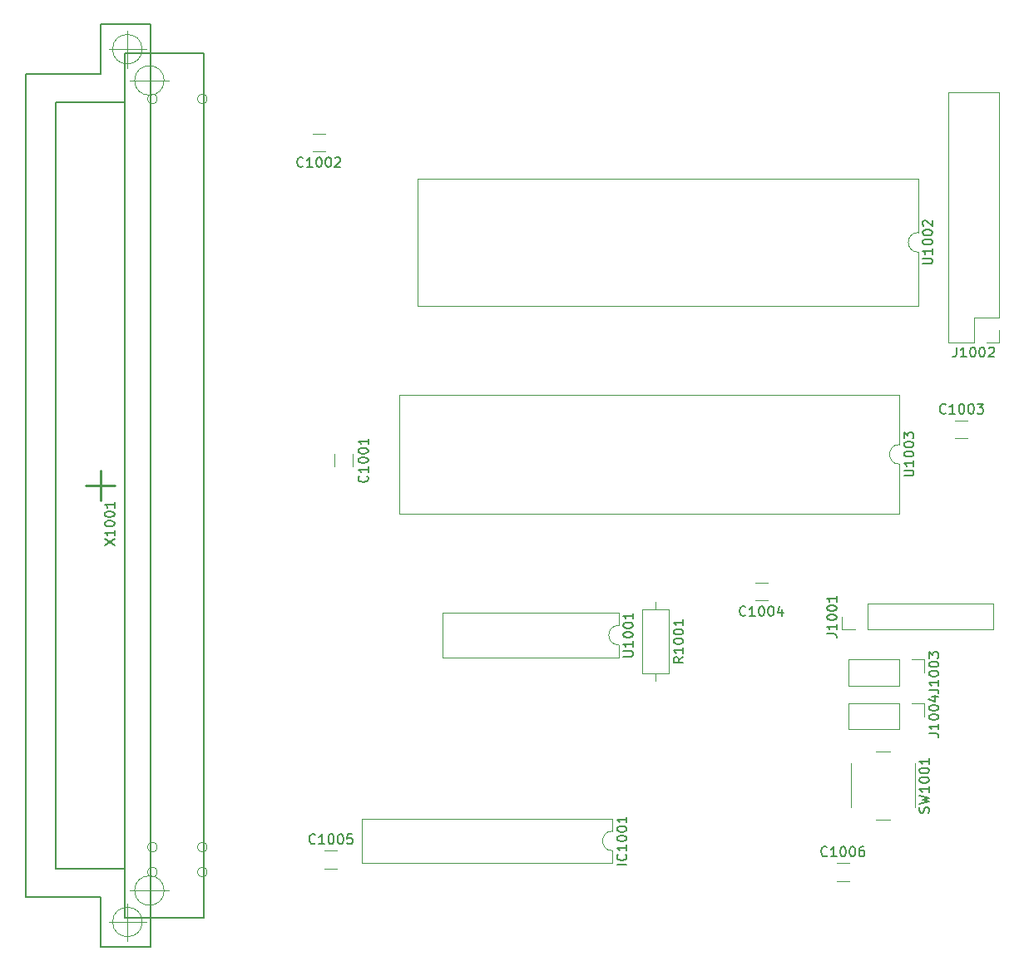
<source format=gbr>
%TF.GenerationSoftware,KiCad,Pcbnew,(5.1.10)-1*%
%TF.CreationDate,2022-02-23T07:42:32+01:00*%
%TF.ProjectId,VDIP2,56444950-322e-46b6-9963-61645f706362,rev?*%
%TF.SameCoordinates,Original*%
%TF.FileFunction,Legend,Top*%
%TF.FilePolarity,Positive*%
%FSLAX46Y46*%
G04 Gerber Fmt 4.6, Leading zero omitted, Abs format (unit mm)*
G04 Created by KiCad (PCBNEW (5.1.10)-1) date 2022-02-23 07:42:32*
%MOMM*%
%LPD*%
G01*
G04 APERTURE LIST*
%ADD10C,0.120000*%
%ADD11C,0.250000*%
%ADD12C,0.100000*%
%ADD13C,0.200000*%
%ADD14C,0.150000*%
G04 APERTURE END LIST*
D10*
%TO.C,C1006*%
X151791000Y-143860000D02*
X153049000Y-143860000D01*
X151791000Y-145700000D02*
X153049000Y-145700000D01*
%TO.C,C1005*%
X99681000Y-142590000D02*
X100939000Y-142590000D01*
X99681000Y-144430000D02*
X100939000Y-144430000D01*
%TO.C,C1004*%
X144754000Y-117125000D02*
X143496000Y-117125000D01*
X144754000Y-115285000D02*
X143496000Y-115285000D01*
%TO.C,C1003*%
X163856000Y-98775000D02*
X165114000Y-98775000D01*
X163856000Y-100615000D02*
X165114000Y-100615000D01*
%TO.C,C1002*%
X99709000Y-71405000D02*
X98451000Y-71405000D01*
X99709000Y-69565000D02*
X98451000Y-69565000D01*
%TO.C,C1001*%
X102520000Y-102221000D02*
X102520000Y-103479000D01*
X100680000Y-102221000D02*
X100680000Y-103479000D01*
%TO.C,SW1001*%
X153250000Y-133715000D02*
X153250000Y-138215000D01*
X157250000Y-132465000D02*
X155750000Y-132465000D01*
X159750000Y-138215000D02*
X159750000Y-133715000D01*
X155750000Y-139465000D02*
X157250000Y-139465000D01*
%TO.C,J1004*%
X152975000Y-127575000D02*
X152975000Y-130235000D01*
X158115000Y-127575000D02*
X152975000Y-127575000D01*
X158115000Y-130235000D02*
X152975000Y-130235000D01*
X158115000Y-127575000D02*
X158115000Y-130235000D01*
X159385000Y-127575000D02*
X160715000Y-127575000D01*
X160715000Y-127575000D02*
X160715000Y-128905000D01*
%TO.C,U1003*%
X158175000Y-101235000D02*
X158175000Y-96175000D01*
X158175000Y-96175000D02*
X107255000Y-96175000D01*
X107255000Y-96175000D02*
X107255000Y-108295000D01*
X107255000Y-108295000D02*
X158175000Y-108295000D01*
X158175000Y-108295000D02*
X158175000Y-103235000D01*
X158175000Y-103235000D02*
G75*
G02*
X158175000Y-101235000I0J1000000D01*
G01*
%TO.C,J1003*%
X160715000Y-123130000D02*
X160715000Y-124460000D01*
X159385000Y-123130000D02*
X160715000Y-123130000D01*
X158115000Y-123130000D02*
X158115000Y-125790000D01*
X158115000Y-125790000D02*
X152975000Y-125790000D01*
X158115000Y-123130000D02*
X152975000Y-123130000D01*
X152975000Y-123130000D02*
X152975000Y-125790000D01*
%TO.C,IC1001*%
X128965000Y-140605000D02*
X128965000Y-139355000D01*
X128965000Y-139355000D02*
X103445000Y-139355000D01*
X103445000Y-139355000D02*
X103445000Y-143855000D01*
X103445000Y-143855000D02*
X128965000Y-143855000D01*
X128965000Y-143855000D02*
X128965000Y-142605000D01*
X128965000Y-142605000D02*
G75*
G02*
X128965000Y-140605000I0J1000000D01*
G01*
%TO.C,J1001*%
X167700000Y-120075000D02*
X167700000Y-117415000D01*
X154940000Y-120075000D02*
X167700000Y-120075000D01*
X154940000Y-117415000D02*
X167700000Y-117415000D01*
X154940000Y-120075000D02*
X154940000Y-117415000D01*
X153670000Y-120075000D02*
X152340000Y-120075000D01*
X152340000Y-120075000D02*
X152340000Y-118745000D01*
%TO.C,J1002*%
X168335000Y-65345000D02*
X163135000Y-65345000D01*
X168335000Y-88265000D02*
X168335000Y-65345000D01*
X163135000Y-90865000D02*
X163135000Y-65345000D01*
X168335000Y-88265000D02*
X165735000Y-88265000D01*
X165735000Y-88265000D02*
X165735000Y-90865000D01*
X165735000Y-90865000D02*
X163135000Y-90865000D01*
X168335000Y-89535000D02*
X168335000Y-90865000D01*
X168335000Y-90865000D02*
X167005000Y-90865000D01*
%TO.C,R1001*%
X134720000Y-118015000D02*
X131980000Y-118015000D01*
X131980000Y-118015000D02*
X131980000Y-124555000D01*
X131980000Y-124555000D02*
X134720000Y-124555000D01*
X134720000Y-124555000D02*
X134720000Y-118015000D01*
X133350000Y-117245000D02*
X133350000Y-118015000D01*
X133350000Y-125325000D02*
X133350000Y-124555000D01*
%TO.C,U1001*%
X129600000Y-119650000D02*
X129600000Y-118400000D01*
X129600000Y-118400000D02*
X111700000Y-118400000D01*
X111700000Y-118400000D02*
X111700000Y-122900000D01*
X111700000Y-122900000D02*
X129600000Y-122900000D01*
X129600000Y-122900000D02*
X129600000Y-121650000D01*
X129600000Y-121650000D02*
G75*
G02*
X129600000Y-119650000I0J1000000D01*
G01*
%TO.C,U1002*%
X160080000Y-79645000D02*
X160080000Y-74185000D01*
X160080000Y-74185000D02*
X109160000Y-74185000D01*
X109160000Y-74185000D02*
X109160000Y-87105000D01*
X109160000Y-87105000D02*
X160080000Y-87105000D01*
X160080000Y-87105000D02*
X160080000Y-81645000D01*
X160080000Y-81645000D02*
G75*
G02*
X160080000Y-79645000I0J1000000D01*
G01*
D11*
%TO.C,X1001*%
X76835000Y-103910000D02*
X76835000Y-106910000D01*
X78335000Y-105410000D02*
X75335000Y-105410000D01*
D12*
X81835000Y-144660000D02*
X81835000Y-148660000D01*
X83835000Y-146660000D02*
X79835000Y-146660000D01*
X83335000Y-146660000D02*
G75*
G03*
X83335000Y-146660000I-1500000J0D01*
G01*
X81835000Y-62160000D02*
X81835000Y-66160000D01*
X83835000Y-64160000D02*
X79835000Y-64160000D01*
X83335000Y-64160000D02*
G75*
G03*
X83335000Y-64160000I-1500000J0D01*
G01*
D13*
X72335000Y-66410000D02*
X79335000Y-66410000D01*
X72335000Y-144410000D02*
X72335000Y-66410000D01*
X79335000Y-144410000D02*
X72335000Y-144410000D01*
X87335000Y-149410000D02*
X79335000Y-149410000D01*
X87335000Y-61410000D02*
X87335000Y-149410000D01*
X79335000Y-61410000D02*
X87335000Y-61410000D01*
X79335000Y-61410000D02*
X79335000Y-149410000D01*
D12*
X87723600Y-144780000D02*
G75*
G03*
X87723600Y-144780000I-500000J0D01*
G01*
X87723600Y-142240000D02*
G75*
G03*
X87723600Y-142240000I-500000J0D01*
G01*
X87723600Y-66040000D02*
G75*
G03*
X87723600Y-66040000I-500000J0D01*
G01*
X82643600Y-144780000D02*
G75*
G03*
X82643600Y-144780000I-500000J0D01*
G01*
X82643600Y-142240000D02*
G75*
G03*
X82643600Y-142240000I-500000J0D01*
G01*
X82643600Y-66040000D02*
G75*
G03*
X82643600Y-66040000I-500000J0D01*
G01*
X81103600Y-149860000D02*
G75*
G03*
X81103600Y-149860000I-1500000J0D01*
G01*
X81508600Y-149860000D02*
X77698600Y-149860000D01*
X79603600Y-147955000D02*
X79603600Y-151765000D01*
X81495900Y-60972700D02*
X77685900Y-60972700D01*
X79590900Y-59067700D02*
X79590900Y-62877700D01*
X81090900Y-60972700D02*
G75*
G03*
X81090900Y-60972700I-1500000J0D01*
G01*
D13*
X81915000Y-58420000D02*
X76835000Y-58420000D01*
X76835000Y-63500000D02*
X69215000Y-63500000D01*
X76835000Y-58420000D02*
X76835000Y-63500000D01*
X76835000Y-152400000D02*
X81915000Y-152400000D01*
X76835000Y-147320000D02*
X76835000Y-152400000D01*
X69215000Y-147320000D02*
X76835000Y-147320000D01*
X69215000Y-63500000D02*
X69215000Y-147320000D01*
X81915000Y-152400000D02*
X81915000Y-58420000D01*
%TO.C,C1006*%
D14*
X150824761Y-143087142D02*
X150777142Y-143134761D01*
X150634285Y-143182380D01*
X150539047Y-143182380D01*
X150396190Y-143134761D01*
X150300952Y-143039523D01*
X150253333Y-142944285D01*
X150205714Y-142753809D01*
X150205714Y-142610952D01*
X150253333Y-142420476D01*
X150300952Y-142325238D01*
X150396190Y-142230000D01*
X150539047Y-142182380D01*
X150634285Y-142182380D01*
X150777142Y-142230000D01*
X150824761Y-142277619D01*
X151777142Y-143182380D02*
X151205714Y-143182380D01*
X151491428Y-143182380D02*
X151491428Y-142182380D01*
X151396190Y-142325238D01*
X151300952Y-142420476D01*
X151205714Y-142468095D01*
X152396190Y-142182380D02*
X152491428Y-142182380D01*
X152586666Y-142230000D01*
X152634285Y-142277619D01*
X152681904Y-142372857D01*
X152729523Y-142563333D01*
X152729523Y-142801428D01*
X152681904Y-142991904D01*
X152634285Y-143087142D01*
X152586666Y-143134761D01*
X152491428Y-143182380D01*
X152396190Y-143182380D01*
X152300952Y-143134761D01*
X152253333Y-143087142D01*
X152205714Y-142991904D01*
X152158095Y-142801428D01*
X152158095Y-142563333D01*
X152205714Y-142372857D01*
X152253333Y-142277619D01*
X152300952Y-142230000D01*
X152396190Y-142182380D01*
X153348571Y-142182380D02*
X153443809Y-142182380D01*
X153539047Y-142230000D01*
X153586666Y-142277619D01*
X153634285Y-142372857D01*
X153681904Y-142563333D01*
X153681904Y-142801428D01*
X153634285Y-142991904D01*
X153586666Y-143087142D01*
X153539047Y-143134761D01*
X153443809Y-143182380D01*
X153348571Y-143182380D01*
X153253333Y-143134761D01*
X153205714Y-143087142D01*
X153158095Y-142991904D01*
X153110476Y-142801428D01*
X153110476Y-142563333D01*
X153158095Y-142372857D01*
X153205714Y-142277619D01*
X153253333Y-142230000D01*
X153348571Y-142182380D01*
X154539047Y-142182380D02*
X154348571Y-142182380D01*
X154253333Y-142230000D01*
X154205714Y-142277619D01*
X154110476Y-142420476D01*
X154062857Y-142610952D01*
X154062857Y-142991904D01*
X154110476Y-143087142D01*
X154158095Y-143134761D01*
X154253333Y-143182380D01*
X154443809Y-143182380D01*
X154539047Y-143134761D01*
X154586666Y-143087142D01*
X154634285Y-142991904D01*
X154634285Y-142753809D01*
X154586666Y-142658571D01*
X154539047Y-142610952D01*
X154443809Y-142563333D01*
X154253333Y-142563333D01*
X154158095Y-142610952D01*
X154110476Y-142658571D01*
X154062857Y-142753809D01*
%TO.C,C1005*%
X98714761Y-141817142D02*
X98667142Y-141864761D01*
X98524285Y-141912380D01*
X98429047Y-141912380D01*
X98286190Y-141864761D01*
X98190952Y-141769523D01*
X98143333Y-141674285D01*
X98095714Y-141483809D01*
X98095714Y-141340952D01*
X98143333Y-141150476D01*
X98190952Y-141055238D01*
X98286190Y-140960000D01*
X98429047Y-140912380D01*
X98524285Y-140912380D01*
X98667142Y-140960000D01*
X98714761Y-141007619D01*
X99667142Y-141912380D02*
X99095714Y-141912380D01*
X99381428Y-141912380D02*
X99381428Y-140912380D01*
X99286190Y-141055238D01*
X99190952Y-141150476D01*
X99095714Y-141198095D01*
X100286190Y-140912380D02*
X100381428Y-140912380D01*
X100476666Y-140960000D01*
X100524285Y-141007619D01*
X100571904Y-141102857D01*
X100619523Y-141293333D01*
X100619523Y-141531428D01*
X100571904Y-141721904D01*
X100524285Y-141817142D01*
X100476666Y-141864761D01*
X100381428Y-141912380D01*
X100286190Y-141912380D01*
X100190952Y-141864761D01*
X100143333Y-141817142D01*
X100095714Y-141721904D01*
X100048095Y-141531428D01*
X100048095Y-141293333D01*
X100095714Y-141102857D01*
X100143333Y-141007619D01*
X100190952Y-140960000D01*
X100286190Y-140912380D01*
X101238571Y-140912380D02*
X101333809Y-140912380D01*
X101429047Y-140960000D01*
X101476666Y-141007619D01*
X101524285Y-141102857D01*
X101571904Y-141293333D01*
X101571904Y-141531428D01*
X101524285Y-141721904D01*
X101476666Y-141817142D01*
X101429047Y-141864761D01*
X101333809Y-141912380D01*
X101238571Y-141912380D01*
X101143333Y-141864761D01*
X101095714Y-141817142D01*
X101048095Y-141721904D01*
X101000476Y-141531428D01*
X101000476Y-141293333D01*
X101048095Y-141102857D01*
X101095714Y-141007619D01*
X101143333Y-140960000D01*
X101238571Y-140912380D01*
X102476666Y-140912380D02*
X102000476Y-140912380D01*
X101952857Y-141388571D01*
X102000476Y-141340952D01*
X102095714Y-141293333D01*
X102333809Y-141293333D01*
X102429047Y-141340952D01*
X102476666Y-141388571D01*
X102524285Y-141483809D01*
X102524285Y-141721904D01*
X102476666Y-141817142D01*
X102429047Y-141864761D01*
X102333809Y-141912380D01*
X102095714Y-141912380D01*
X102000476Y-141864761D01*
X101952857Y-141817142D01*
%TO.C,C1004*%
X142529761Y-118612142D02*
X142482142Y-118659761D01*
X142339285Y-118707380D01*
X142244047Y-118707380D01*
X142101190Y-118659761D01*
X142005952Y-118564523D01*
X141958333Y-118469285D01*
X141910714Y-118278809D01*
X141910714Y-118135952D01*
X141958333Y-117945476D01*
X142005952Y-117850238D01*
X142101190Y-117755000D01*
X142244047Y-117707380D01*
X142339285Y-117707380D01*
X142482142Y-117755000D01*
X142529761Y-117802619D01*
X143482142Y-118707380D02*
X142910714Y-118707380D01*
X143196428Y-118707380D02*
X143196428Y-117707380D01*
X143101190Y-117850238D01*
X143005952Y-117945476D01*
X142910714Y-117993095D01*
X144101190Y-117707380D02*
X144196428Y-117707380D01*
X144291666Y-117755000D01*
X144339285Y-117802619D01*
X144386904Y-117897857D01*
X144434523Y-118088333D01*
X144434523Y-118326428D01*
X144386904Y-118516904D01*
X144339285Y-118612142D01*
X144291666Y-118659761D01*
X144196428Y-118707380D01*
X144101190Y-118707380D01*
X144005952Y-118659761D01*
X143958333Y-118612142D01*
X143910714Y-118516904D01*
X143863095Y-118326428D01*
X143863095Y-118088333D01*
X143910714Y-117897857D01*
X143958333Y-117802619D01*
X144005952Y-117755000D01*
X144101190Y-117707380D01*
X145053571Y-117707380D02*
X145148809Y-117707380D01*
X145244047Y-117755000D01*
X145291666Y-117802619D01*
X145339285Y-117897857D01*
X145386904Y-118088333D01*
X145386904Y-118326428D01*
X145339285Y-118516904D01*
X145291666Y-118612142D01*
X145244047Y-118659761D01*
X145148809Y-118707380D01*
X145053571Y-118707380D01*
X144958333Y-118659761D01*
X144910714Y-118612142D01*
X144863095Y-118516904D01*
X144815476Y-118326428D01*
X144815476Y-118088333D01*
X144863095Y-117897857D01*
X144910714Y-117802619D01*
X144958333Y-117755000D01*
X145053571Y-117707380D01*
X146244047Y-118040714D02*
X146244047Y-118707380D01*
X146005952Y-117659761D02*
X145767857Y-118374047D01*
X146386904Y-118374047D01*
%TO.C,C1003*%
X162889761Y-98002142D02*
X162842142Y-98049761D01*
X162699285Y-98097380D01*
X162604047Y-98097380D01*
X162461190Y-98049761D01*
X162365952Y-97954523D01*
X162318333Y-97859285D01*
X162270714Y-97668809D01*
X162270714Y-97525952D01*
X162318333Y-97335476D01*
X162365952Y-97240238D01*
X162461190Y-97145000D01*
X162604047Y-97097380D01*
X162699285Y-97097380D01*
X162842142Y-97145000D01*
X162889761Y-97192619D01*
X163842142Y-98097380D02*
X163270714Y-98097380D01*
X163556428Y-98097380D02*
X163556428Y-97097380D01*
X163461190Y-97240238D01*
X163365952Y-97335476D01*
X163270714Y-97383095D01*
X164461190Y-97097380D02*
X164556428Y-97097380D01*
X164651666Y-97145000D01*
X164699285Y-97192619D01*
X164746904Y-97287857D01*
X164794523Y-97478333D01*
X164794523Y-97716428D01*
X164746904Y-97906904D01*
X164699285Y-98002142D01*
X164651666Y-98049761D01*
X164556428Y-98097380D01*
X164461190Y-98097380D01*
X164365952Y-98049761D01*
X164318333Y-98002142D01*
X164270714Y-97906904D01*
X164223095Y-97716428D01*
X164223095Y-97478333D01*
X164270714Y-97287857D01*
X164318333Y-97192619D01*
X164365952Y-97145000D01*
X164461190Y-97097380D01*
X165413571Y-97097380D02*
X165508809Y-97097380D01*
X165604047Y-97145000D01*
X165651666Y-97192619D01*
X165699285Y-97287857D01*
X165746904Y-97478333D01*
X165746904Y-97716428D01*
X165699285Y-97906904D01*
X165651666Y-98002142D01*
X165604047Y-98049761D01*
X165508809Y-98097380D01*
X165413571Y-98097380D01*
X165318333Y-98049761D01*
X165270714Y-98002142D01*
X165223095Y-97906904D01*
X165175476Y-97716428D01*
X165175476Y-97478333D01*
X165223095Y-97287857D01*
X165270714Y-97192619D01*
X165318333Y-97145000D01*
X165413571Y-97097380D01*
X166080238Y-97097380D02*
X166699285Y-97097380D01*
X166365952Y-97478333D01*
X166508809Y-97478333D01*
X166604047Y-97525952D01*
X166651666Y-97573571D01*
X166699285Y-97668809D01*
X166699285Y-97906904D01*
X166651666Y-98002142D01*
X166604047Y-98049761D01*
X166508809Y-98097380D01*
X166223095Y-98097380D01*
X166127857Y-98049761D01*
X166080238Y-98002142D01*
%TO.C,C1002*%
X97484761Y-72892142D02*
X97437142Y-72939761D01*
X97294285Y-72987380D01*
X97199047Y-72987380D01*
X97056190Y-72939761D01*
X96960952Y-72844523D01*
X96913333Y-72749285D01*
X96865714Y-72558809D01*
X96865714Y-72415952D01*
X96913333Y-72225476D01*
X96960952Y-72130238D01*
X97056190Y-72035000D01*
X97199047Y-71987380D01*
X97294285Y-71987380D01*
X97437142Y-72035000D01*
X97484761Y-72082619D01*
X98437142Y-72987380D02*
X97865714Y-72987380D01*
X98151428Y-72987380D02*
X98151428Y-71987380D01*
X98056190Y-72130238D01*
X97960952Y-72225476D01*
X97865714Y-72273095D01*
X99056190Y-71987380D02*
X99151428Y-71987380D01*
X99246666Y-72035000D01*
X99294285Y-72082619D01*
X99341904Y-72177857D01*
X99389523Y-72368333D01*
X99389523Y-72606428D01*
X99341904Y-72796904D01*
X99294285Y-72892142D01*
X99246666Y-72939761D01*
X99151428Y-72987380D01*
X99056190Y-72987380D01*
X98960952Y-72939761D01*
X98913333Y-72892142D01*
X98865714Y-72796904D01*
X98818095Y-72606428D01*
X98818095Y-72368333D01*
X98865714Y-72177857D01*
X98913333Y-72082619D01*
X98960952Y-72035000D01*
X99056190Y-71987380D01*
X100008571Y-71987380D02*
X100103809Y-71987380D01*
X100199047Y-72035000D01*
X100246666Y-72082619D01*
X100294285Y-72177857D01*
X100341904Y-72368333D01*
X100341904Y-72606428D01*
X100294285Y-72796904D01*
X100246666Y-72892142D01*
X100199047Y-72939761D01*
X100103809Y-72987380D01*
X100008571Y-72987380D01*
X99913333Y-72939761D01*
X99865714Y-72892142D01*
X99818095Y-72796904D01*
X99770476Y-72606428D01*
X99770476Y-72368333D01*
X99818095Y-72177857D01*
X99865714Y-72082619D01*
X99913333Y-72035000D01*
X100008571Y-71987380D01*
X100722857Y-72082619D02*
X100770476Y-72035000D01*
X100865714Y-71987380D01*
X101103809Y-71987380D01*
X101199047Y-72035000D01*
X101246666Y-72082619D01*
X101294285Y-72177857D01*
X101294285Y-72273095D01*
X101246666Y-72415952D01*
X100675238Y-72987380D01*
X101294285Y-72987380D01*
%TO.C,C1001*%
X104007142Y-104445238D02*
X104054761Y-104492857D01*
X104102380Y-104635714D01*
X104102380Y-104730952D01*
X104054761Y-104873809D01*
X103959523Y-104969047D01*
X103864285Y-105016666D01*
X103673809Y-105064285D01*
X103530952Y-105064285D01*
X103340476Y-105016666D01*
X103245238Y-104969047D01*
X103150000Y-104873809D01*
X103102380Y-104730952D01*
X103102380Y-104635714D01*
X103150000Y-104492857D01*
X103197619Y-104445238D01*
X104102380Y-103492857D02*
X104102380Y-104064285D01*
X104102380Y-103778571D02*
X103102380Y-103778571D01*
X103245238Y-103873809D01*
X103340476Y-103969047D01*
X103388095Y-104064285D01*
X103102380Y-102873809D02*
X103102380Y-102778571D01*
X103150000Y-102683333D01*
X103197619Y-102635714D01*
X103292857Y-102588095D01*
X103483333Y-102540476D01*
X103721428Y-102540476D01*
X103911904Y-102588095D01*
X104007142Y-102635714D01*
X104054761Y-102683333D01*
X104102380Y-102778571D01*
X104102380Y-102873809D01*
X104054761Y-102969047D01*
X104007142Y-103016666D01*
X103911904Y-103064285D01*
X103721428Y-103111904D01*
X103483333Y-103111904D01*
X103292857Y-103064285D01*
X103197619Y-103016666D01*
X103150000Y-102969047D01*
X103102380Y-102873809D01*
X103102380Y-101921428D02*
X103102380Y-101826190D01*
X103150000Y-101730952D01*
X103197619Y-101683333D01*
X103292857Y-101635714D01*
X103483333Y-101588095D01*
X103721428Y-101588095D01*
X103911904Y-101635714D01*
X104007142Y-101683333D01*
X104054761Y-101730952D01*
X104102380Y-101826190D01*
X104102380Y-101921428D01*
X104054761Y-102016666D01*
X104007142Y-102064285D01*
X103911904Y-102111904D01*
X103721428Y-102159523D01*
X103483333Y-102159523D01*
X103292857Y-102111904D01*
X103197619Y-102064285D01*
X103150000Y-102016666D01*
X103102380Y-101921428D01*
X104102380Y-100635714D02*
X104102380Y-101207142D01*
X104102380Y-100921428D02*
X103102380Y-100921428D01*
X103245238Y-101016666D01*
X103340476Y-101111904D01*
X103388095Y-101207142D01*
%TO.C,SW1001*%
X161154761Y-138726904D02*
X161202380Y-138584047D01*
X161202380Y-138345952D01*
X161154761Y-138250714D01*
X161107142Y-138203095D01*
X161011904Y-138155476D01*
X160916666Y-138155476D01*
X160821428Y-138203095D01*
X160773809Y-138250714D01*
X160726190Y-138345952D01*
X160678571Y-138536428D01*
X160630952Y-138631666D01*
X160583333Y-138679285D01*
X160488095Y-138726904D01*
X160392857Y-138726904D01*
X160297619Y-138679285D01*
X160250000Y-138631666D01*
X160202380Y-138536428D01*
X160202380Y-138298333D01*
X160250000Y-138155476D01*
X160202380Y-137822142D02*
X161202380Y-137584047D01*
X160488095Y-137393571D01*
X161202380Y-137203095D01*
X160202380Y-136965000D01*
X161202380Y-136060238D02*
X161202380Y-136631666D01*
X161202380Y-136345952D02*
X160202380Y-136345952D01*
X160345238Y-136441190D01*
X160440476Y-136536428D01*
X160488095Y-136631666D01*
X160202380Y-135441190D02*
X160202380Y-135345952D01*
X160250000Y-135250714D01*
X160297619Y-135203095D01*
X160392857Y-135155476D01*
X160583333Y-135107857D01*
X160821428Y-135107857D01*
X161011904Y-135155476D01*
X161107142Y-135203095D01*
X161154761Y-135250714D01*
X161202380Y-135345952D01*
X161202380Y-135441190D01*
X161154761Y-135536428D01*
X161107142Y-135584047D01*
X161011904Y-135631666D01*
X160821428Y-135679285D01*
X160583333Y-135679285D01*
X160392857Y-135631666D01*
X160297619Y-135584047D01*
X160250000Y-135536428D01*
X160202380Y-135441190D01*
X160202380Y-134488809D02*
X160202380Y-134393571D01*
X160250000Y-134298333D01*
X160297619Y-134250714D01*
X160392857Y-134203095D01*
X160583333Y-134155476D01*
X160821428Y-134155476D01*
X161011904Y-134203095D01*
X161107142Y-134250714D01*
X161154761Y-134298333D01*
X161202380Y-134393571D01*
X161202380Y-134488809D01*
X161154761Y-134584047D01*
X161107142Y-134631666D01*
X161011904Y-134679285D01*
X160821428Y-134726904D01*
X160583333Y-134726904D01*
X160392857Y-134679285D01*
X160297619Y-134631666D01*
X160250000Y-134584047D01*
X160202380Y-134488809D01*
X161202380Y-133203095D02*
X161202380Y-133774523D01*
X161202380Y-133488809D02*
X160202380Y-133488809D01*
X160345238Y-133584047D01*
X160440476Y-133679285D01*
X160488095Y-133774523D01*
%TO.C,J1004*%
X161167380Y-130666904D02*
X161881666Y-130666904D01*
X162024523Y-130714523D01*
X162119761Y-130809761D01*
X162167380Y-130952619D01*
X162167380Y-131047857D01*
X162167380Y-129666904D02*
X162167380Y-130238333D01*
X162167380Y-129952619D02*
X161167380Y-129952619D01*
X161310238Y-130047857D01*
X161405476Y-130143095D01*
X161453095Y-130238333D01*
X161167380Y-129047857D02*
X161167380Y-128952619D01*
X161215000Y-128857380D01*
X161262619Y-128809761D01*
X161357857Y-128762142D01*
X161548333Y-128714523D01*
X161786428Y-128714523D01*
X161976904Y-128762142D01*
X162072142Y-128809761D01*
X162119761Y-128857380D01*
X162167380Y-128952619D01*
X162167380Y-129047857D01*
X162119761Y-129143095D01*
X162072142Y-129190714D01*
X161976904Y-129238333D01*
X161786428Y-129285952D01*
X161548333Y-129285952D01*
X161357857Y-129238333D01*
X161262619Y-129190714D01*
X161215000Y-129143095D01*
X161167380Y-129047857D01*
X161167380Y-128095476D02*
X161167380Y-128000238D01*
X161215000Y-127905000D01*
X161262619Y-127857380D01*
X161357857Y-127809761D01*
X161548333Y-127762142D01*
X161786428Y-127762142D01*
X161976904Y-127809761D01*
X162072142Y-127857380D01*
X162119761Y-127905000D01*
X162167380Y-128000238D01*
X162167380Y-128095476D01*
X162119761Y-128190714D01*
X162072142Y-128238333D01*
X161976904Y-128285952D01*
X161786428Y-128333571D01*
X161548333Y-128333571D01*
X161357857Y-128285952D01*
X161262619Y-128238333D01*
X161215000Y-128190714D01*
X161167380Y-128095476D01*
X161500714Y-126905000D02*
X162167380Y-126905000D01*
X161119761Y-127143095D02*
X161834047Y-127381190D01*
X161834047Y-126762142D01*
%TO.C,U1003*%
X158627380Y-104425476D02*
X159436904Y-104425476D01*
X159532142Y-104377857D01*
X159579761Y-104330238D01*
X159627380Y-104235000D01*
X159627380Y-104044523D01*
X159579761Y-103949285D01*
X159532142Y-103901666D01*
X159436904Y-103854047D01*
X158627380Y-103854047D01*
X159627380Y-102854047D02*
X159627380Y-103425476D01*
X159627380Y-103139761D02*
X158627380Y-103139761D01*
X158770238Y-103235000D01*
X158865476Y-103330238D01*
X158913095Y-103425476D01*
X158627380Y-102235000D02*
X158627380Y-102139761D01*
X158675000Y-102044523D01*
X158722619Y-101996904D01*
X158817857Y-101949285D01*
X159008333Y-101901666D01*
X159246428Y-101901666D01*
X159436904Y-101949285D01*
X159532142Y-101996904D01*
X159579761Y-102044523D01*
X159627380Y-102139761D01*
X159627380Y-102235000D01*
X159579761Y-102330238D01*
X159532142Y-102377857D01*
X159436904Y-102425476D01*
X159246428Y-102473095D01*
X159008333Y-102473095D01*
X158817857Y-102425476D01*
X158722619Y-102377857D01*
X158675000Y-102330238D01*
X158627380Y-102235000D01*
X158627380Y-101282619D02*
X158627380Y-101187380D01*
X158675000Y-101092142D01*
X158722619Y-101044523D01*
X158817857Y-100996904D01*
X159008333Y-100949285D01*
X159246428Y-100949285D01*
X159436904Y-100996904D01*
X159532142Y-101044523D01*
X159579761Y-101092142D01*
X159627380Y-101187380D01*
X159627380Y-101282619D01*
X159579761Y-101377857D01*
X159532142Y-101425476D01*
X159436904Y-101473095D01*
X159246428Y-101520714D01*
X159008333Y-101520714D01*
X158817857Y-101473095D01*
X158722619Y-101425476D01*
X158675000Y-101377857D01*
X158627380Y-101282619D01*
X158627380Y-100615952D02*
X158627380Y-99996904D01*
X159008333Y-100330238D01*
X159008333Y-100187380D01*
X159055952Y-100092142D01*
X159103571Y-100044523D01*
X159198809Y-99996904D01*
X159436904Y-99996904D01*
X159532142Y-100044523D01*
X159579761Y-100092142D01*
X159627380Y-100187380D01*
X159627380Y-100473095D01*
X159579761Y-100568333D01*
X159532142Y-100615952D01*
%TO.C,J1003*%
X161167380Y-126221904D02*
X161881666Y-126221904D01*
X162024523Y-126269523D01*
X162119761Y-126364761D01*
X162167380Y-126507619D01*
X162167380Y-126602857D01*
X162167380Y-125221904D02*
X162167380Y-125793333D01*
X162167380Y-125507619D02*
X161167380Y-125507619D01*
X161310238Y-125602857D01*
X161405476Y-125698095D01*
X161453095Y-125793333D01*
X161167380Y-124602857D02*
X161167380Y-124507619D01*
X161215000Y-124412380D01*
X161262619Y-124364761D01*
X161357857Y-124317142D01*
X161548333Y-124269523D01*
X161786428Y-124269523D01*
X161976904Y-124317142D01*
X162072142Y-124364761D01*
X162119761Y-124412380D01*
X162167380Y-124507619D01*
X162167380Y-124602857D01*
X162119761Y-124698095D01*
X162072142Y-124745714D01*
X161976904Y-124793333D01*
X161786428Y-124840952D01*
X161548333Y-124840952D01*
X161357857Y-124793333D01*
X161262619Y-124745714D01*
X161215000Y-124698095D01*
X161167380Y-124602857D01*
X161167380Y-123650476D02*
X161167380Y-123555238D01*
X161215000Y-123460000D01*
X161262619Y-123412380D01*
X161357857Y-123364761D01*
X161548333Y-123317142D01*
X161786428Y-123317142D01*
X161976904Y-123364761D01*
X162072142Y-123412380D01*
X162119761Y-123460000D01*
X162167380Y-123555238D01*
X162167380Y-123650476D01*
X162119761Y-123745714D01*
X162072142Y-123793333D01*
X161976904Y-123840952D01*
X161786428Y-123888571D01*
X161548333Y-123888571D01*
X161357857Y-123840952D01*
X161262619Y-123793333D01*
X161215000Y-123745714D01*
X161167380Y-123650476D01*
X161167380Y-122983809D02*
X161167380Y-122364761D01*
X161548333Y-122698095D01*
X161548333Y-122555238D01*
X161595952Y-122460000D01*
X161643571Y-122412380D01*
X161738809Y-122364761D01*
X161976904Y-122364761D01*
X162072142Y-122412380D01*
X162119761Y-122460000D01*
X162167380Y-122555238D01*
X162167380Y-122840952D01*
X162119761Y-122936190D01*
X162072142Y-122983809D01*
%TO.C,IC1001*%
X130417380Y-144009761D02*
X129417380Y-144009761D01*
X130322142Y-142962142D02*
X130369761Y-143009761D01*
X130417380Y-143152619D01*
X130417380Y-143247857D01*
X130369761Y-143390714D01*
X130274523Y-143485952D01*
X130179285Y-143533571D01*
X129988809Y-143581190D01*
X129845952Y-143581190D01*
X129655476Y-143533571D01*
X129560238Y-143485952D01*
X129465000Y-143390714D01*
X129417380Y-143247857D01*
X129417380Y-143152619D01*
X129465000Y-143009761D01*
X129512619Y-142962142D01*
X130417380Y-142009761D02*
X130417380Y-142581190D01*
X130417380Y-142295476D02*
X129417380Y-142295476D01*
X129560238Y-142390714D01*
X129655476Y-142485952D01*
X129703095Y-142581190D01*
X129417380Y-141390714D02*
X129417380Y-141295476D01*
X129465000Y-141200238D01*
X129512619Y-141152619D01*
X129607857Y-141105000D01*
X129798333Y-141057380D01*
X130036428Y-141057380D01*
X130226904Y-141105000D01*
X130322142Y-141152619D01*
X130369761Y-141200238D01*
X130417380Y-141295476D01*
X130417380Y-141390714D01*
X130369761Y-141485952D01*
X130322142Y-141533571D01*
X130226904Y-141581190D01*
X130036428Y-141628809D01*
X129798333Y-141628809D01*
X129607857Y-141581190D01*
X129512619Y-141533571D01*
X129465000Y-141485952D01*
X129417380Y-141390714D01*
X129417380Y-140438333D02*
X129417380Y-140343095D01*
X129465000Y-140247857D01*
X129512619Y-140200238D01*
X129607857Y-140152619D01*
X129798333Y-140105000D01*
X130036428Y-140105000D01*
X130226904Y-140152619D01*
X130322142Y-140200238D01*
X130369761Y-140247857D01*
X130417380Y-140343095D01*
X130417380Y-140438333D01*
X130369761Y-140533571D01*
X130322142Y-140581190D01*
X130226904Y-140628809D01*
X130036428Y-140676428D01*
X129798333Y-140676428D01*
X129607857Y-140628809D01*
X129512619Y-140581190D01*
X129465000Y-140533571D01*
X129417380Y-140438333D01*
X130417380Y-139152619D02*
X130417380Y-139724047D01*
X130417380Y-139438333D02*
X129417380Y-139438333D01*
X129560238Y-139533571D01*
X129655476Y-139628809D01*
X129703095Y-139724047D01*
%TO.C,J1001*%
X150792380Y-120506904D02*
X151506666Y-120506904D01*
X151649523Y-120554523D01*
X151744761Y-120649761D01*
X151792380Y-120792619D01*
X151792380Y-120887857D01*
X151792380Y-119506904D02*
X151792380Y-120078333D01*
X151792380Y-119792619D02*
X150792380Y-119792619D01*
X150935238Y-119887857D01*
X151030476Y-119983095D01*
X151078095Y-120078333D01*
X150792380Y-118887857D02*
X150792380Y-118792619D01*
X150840000Y-118697380D01*
X150887619Y-118649761D01*
X150982857Y-118602142D01*
X151173333Y-118554523D01*
X151411428Y-118554523D01*
X151601904Y-118602142D01*
X151697142Y-118649761D01*
X151744761Y-118697380D01*
X151792380Y-118792619D01*
X151792380Y-118887857D01*
X151744761Y-118983095D01*
X151697142Y-119030714D01*
X151601904Y-119078333D01*
X151411428Y-119125952D01*
X151173333Y-119125952D01*
X150982857Y-119078333D01*
X150887619Y-119030714D01*
X150840000Y-118983095D01*
X150792380Y-118887857D01*
X150792380Y-117935476D02*
X150792380Y-117840238D01*
X150840000Y-117745000D01*
X150887619Y-117697380D01*
X150982857Y-117649761D01*
X151173333Y-117602142D01*
X151411428Y-117602142D01*
X151601904Y-117649761D01*
X151697142Y-117697380D01*
X151744761Y-117745000D01*
X151792380Y-117840238D01*
X151792380Y-117935476D01*
X151744761Y-118030714D01*
X151697142Y-118078333D01*
X151601904Y-118125952D01*
X151411428Y-118173571D01*
X151173333Y-118173571D01*
X150982857Y-118125952D01*
X150887619Y-118078333D01*
X150840000Y-118030714D01*
X150792380Y-117935476D01*
X151792380Y-116649761D02*
X151792380Y-117221190D01*
X151792380Y-116935476D02*
X150792380Y-116935476D01*
X150935238Y-117030714D01*
X151030476Y-117125952D01*
X151078095Y-117221190D01*
%TO.C,J1002*%
X163973095Y-91317380D02*
X163973095Y-92031666D01*
X163925476Y-92174523D01*
X163830238Y-92269761D01*
X163687380Y-92317380D01*
X163592142Y-92317380D01*
X164973095Y-92317380D02*
X164401666Y-92317380D01*
X164687380Y-92317380D02*
X164687380Y-91317380D01*
X164592142Y-91460238D01*
X164496904Y-91555476D01*
X164401666Y-91603095D01*
X165592142Y-91317380D02*
X165687380Y-91317380D01*
X165782619Y-91365000D01*
X165830238Y-91412619D01*
X165877857Y-91507857D01*
X165925476Y-91698333D01*
X165925476Y-91936428D01*
X165877857Y-92126904D01*
X165830238Y-92222142D01*
X165782619Y-92269761D01*
X165687380Y-92317380D01*
X165592142Y-92317380D01*
X165496904Y-92269761D01*
X165449285Y-92222142D01*
X165401666Y-92126904D01*
X165354047Y-91936428D01*
X165354047Y-91698333D01*
X165401666Y-91507857D01*
X165449285Y-91412619D01*
X165496904Y-91365000D01*
X165592142Y-91317380D01*
X166544523Y-91317380D02*
X166639761Y-91317380D01*
X166735000Y-91365000D01*
X166782619Y-91412619D01*
X166830238Y-91507857D01*
X166877857Y-91698333D01*
X166877857Y-91936428D01*
X166830238Y-92126904D01*
X166782619Y-92222142D01*
X166735000Y-92269761D01*
X166639761Y-92317380D01*
X166544523Y-92317380D01*
X166449285Y-92269761D01*
X166401666Y-92222142D01*
X166354047Y-92126904D01*
X166306428Y-91936428D01*
X166306428Y-91698333D01*
X166354047Y-91507857D01*
X166401666Y-91412619D01*
X166449285Y-91365000D01*
X166544523Y-91317380D01*
X167258809Y-91412619D02*
X167306428Y-91365000D01*
X167401666Y-91317380D01*
X167639761Y-91317380D01*
X167735000Y-91365000D01*
X167782619Y-91412619D01*
X167830238Y-91507857D01*
X167830238Y-91603095D01*
X167782619Y-91745952D01*
X167211190Y-92317380D01*
X167830238Y-92317380D01*
%TO.C,R1001*%
X136172380Y-122880238D02*
X135696190Y-123213571D01*
X136172380Y-123451666D02*
X135172380Y-123451666D01*
X135172380Y-123070714D01*
X135220000Y-122975476D01*
X135267619Y-122927857D01*
X135362857Y-122880238D01*
X135505714Y-122880238D01*
X135600952Y-122927857D01*
X135648571Y-122975476D01*
X135696190Y-123070714D01*
X135696190Y-123451666D01*
X136172380Y-121927857D02*
X136172380Y-122499285D01*
X136172380Y-122213571D02*
X135172380Y-122213571D01*
X135315238Y-122308809D01*
X135410476Y-122404047D01*
X135458095Y-122499285D01*
X135172380Y-121308809D02*
X135172380Y-121213571D01*
X135220000Y-121118333D01*
X135267619Y-121070714D01*
X135362857Y-121023095D01*
X135553333Y-120975476D01*
X135791428Y-120975476D01*
X135981904Y-121023095D01*
X136077142Y-121070714D01*
X136124761Y-121118333D01*
X136172380Y-121213571D01*
X136172380Y-121308809D01*
X136124761Y-121404047D01*
X136077142Y-121451666D01*
X135981904Y-121499285D01*
X135791428Y-121546904D01*
X135553333Y-121546904D01*
X135362857Y-121499285D01*
X135267619Y-121451666D01*
X135220000Y-121404047D01*
X135172380Y-121308809D01*
X135172380Y-120356428D02*
X135172380Y-120261190D01*
X135220000Y-120165952D01*
X135267619Y-120118333D01*
X135362857Y-120070714D01*
X135553333Y-120023095D01*
X135791428Y-120023095D01*
X135981904Y-120070714D01*
X136077142Y-120118333D01*
X136124761Y-120165952D01*
X136172380Y-120261190D01*
X136172380Y-120356428D01*
X136124761Y-120451666D01*
X136077142Y-120499285D01*
X135981904Y-120546904D01*
X135791428Y-120594523D01*
X135553333Y-120594523D01*
X135362857Y-120546904D01*
X135267619Y-120499285D01*
X135220000Y-120451666D01*
X135172380Y-120356428D01*
X136172380Y-119070714D02*
X136172380Y-119642142D01*
X136172380Y-119356428D02*
X135172380Y-119356428D01*
X135315238Y-119451666D01*
X135410476Y-119546904D01*
X135458095Y-119642142D01*
%TO.C,U1001*%
X130052380Y-122840476D02*
X130861904Y-122840476D01*
X130957142Y-122792857D01*
X131004761Y-122745238D01*
X131052380Y-122650000D01*
X131052380Y-122459523D01*
X131004761Y-122364285D01*
X130957142Y-122316666D01*
X130861904Y-122269047D01*
X130052380Y-122269047D01*
X131052380Y-121269047D02*
X131052380Y-121840476D01*
X131052380Y-121554761D02*
X130052380Y-121554761D01*
X130195238Y-121650000D01*
X130290476Y-121745238D01*
X130338095Y-121840476D01*
X130052380Y-120650000D02*
X130052380Y-120554761D01*
X130100000Y-120459523D01*
X130147619Y-120411904D01*
X130242857Y-120364285D01*
X130433333Y-120316666D01*
X130671428Y-120316666D01*
X130861904Y-120364285D01*
X130957142Y-120411904D01*
X131004761Y-120459523D01*
X131052380Y-120554761D01*
X131052380Y-120650000D01*
X131004761Y-120745238D01*
X130957142Y-120792857D01*
X130861904Y-120840476D01*
X130671428Y-120888095D01*
X130433333Y-120888095D01*
X130242857Y-120840476D01*
X130147619Y-120792857D01*
X130100000Y-120745238D01*
X130052380Y-120650000D01*
X130052380Y-119697619D02*
X130052380Y-119602380D01*
X130100000Y-119507142D01*
X130147619Y-119459523D01*
X130242857Y-119411904D01*
X130433333Y-119364285D01*
X130671428Y-119364285D01*
X130861904Y-119411904D01*
X130957142Y-119459523D01*
X131004761Y-119507142D01*
X131052380Y-119602380D01*
X131052380Y-119697619D01*
X131004761Y-119792857D01*
X130957142Y-119840476D01*
X130861904Y-119888095D01*
X130671428Y-119935714D01*
X130433333Y-119935714D01*
X130242857Y-119888095D01*
X130147619Y-119840476D01*
X130100000Y-119792857D01*
X130052380Y-119697619D01*
X131052380Y-118411904D02*
X131052380Y-118983333D01*
X131052380Y-118697619D02*
X130052380Y-118697619D01*
X130195238Y-118792857D01*
X130290476Y-118888095D01*
X130338095Y-118983333D01*
%TO.C,U1002*%
X160532380Y-82835476D02*
X161341904Y-82835476D01*
X161437142Y-82787857D01*
X161484761Y-82740238D01*
X161532380Y-82645000D01*
X161532380Y-82454523D01*
X161484761Y-82359285D01*
X161437142Y-82311666D01*
X161341904Y-82264047D01*
X160532380Y-82264047D01*
X161532380Y-81264047D02*
X161532380Y-81835476D01*
X161532380Y-81549761D02*
X160532380Y-81549761D01*
X160675238Y-81645000D01*
X160770476Y-81740238D01*
X160818095Y-81835476D01*
X160532380Y-80645000D02*
X160532380Y-80549761D01*
X160580000Y-80454523D01*
X160627619Y-80406904D01*
X160722857Y-80359285D01*
X160913333Y-80311666D01*
X161151428Y-80311666D01*
X161341904Y-80359285D01*
X161437142Y-80406904D01*
X161484761Y-80454523D01*
X161532380Y-80549761D01*
X161532380Y-80645000D01*
X161484761Y-80740238D01*
X161437142Y-80787857D01*
X161341904Y-80835476D01*
X161151428Y-80883095D01*
X160913333Y-80883095D01*
X160722857Y-80835476D01*
X160627619Y-80787857D01*
X160580000Y-80740238D01*
X160532380Y-80645000D01*
X160532380Y-79692619D02*
X160532380Y-79597380D01*
X160580000Y-79502142D01*
X160627619Y-79454523D01*
X160722857Y-79406904D01*
X160913333Y-79359285D01*
X161151428Y-79359285D01*
X161341904Y-79406904D01*
X161437142Y-79454523D01*
X161484761Y-79502142D01*
X161532380Y-79597380D01*
X161532380Y-79692619D01*
X161484761Y-79787857D01*
X161437142Y-79835476D01*
X161341904Y-79883095D01*
X161151428Y-79930714D01*
X160913333Y-79930714D01*
X160722857Y-79883095D01*
X160627619Y-79835476D01*
X160580000Y-79787857D01*
X160532380Y-79692619D01*
X160627619Y-78978333D02*
X160580000Y-78930714D01*
X160532380Y-78835476D01*
X160532380Y-78597380D01*
X160580000Y-78502142D01*
X160627619Y-78454523D01*
X160722857Y-78406904D01*
X160818095Y-78406904D01*
X160960952Y-78454523D01*
X161532380Y-79025952D01*
X161532380Y-78406904D01*
%TO.C,X1001*%
X77287380Y-111526547D02*
X78287380Y-110859880D01*
X77287380Y-110859880D02*
X78287380Y-111526547D01*
X78287380Y-109955119D02*
X78287380Y-110526547D01*
X78287380Y-110240833D02*
X77287380Y-110240833D01*
X77430238Y-110336071D01*
X77525476Y-110431309D01*
X77573095Y-110526547D01*
X77287380Y-109336071D02*
X77287380Y-109240833D01*
X77335000Y-109145595D01*
X77382619Y-109097976D01*
X77477857Y-109050357D01*
X77668333Y-109002738D01*
X77906428Y-109002738D01*
X78096904Y-109050357D01*
X78192142Y-109097976D01*
X78239761Y-109145595D01*
X78287380Y-109240833D01*
X78287380Y-109336071D01*
X78239761Y-109431309D01*
X78192142Y-109478928D01*
X78096904Y-109526547D01*
X77906428Y-109574166D01*
X77668333Y-109574166D01*
X77477857Y-109526547D01*
X77382619Y-109478928D01*
X77335000Y-109431309D01*
X77287380Y-109336071D01*
X77287380Y-108383690D02*
X77287380Y-108288452D01*
X77335000Y-108193214D01*
X77382619Y-108145595D01*
X77477857Y-108097976D01*
X77668333Y-108050357D01*
X77906428Y-108050357D01*
X78096904Y-108097976D01*
X78192142Y-108145595D01*
X78239761Y-108193214D01*
X78287380Y-108288452D01*
X78287380Y-108383690D01*
X78239761Y-108478928D01*
X78192142Y-108526547D01*
X78096904Y-108574166D01*
X77906428Y-108621785D01*
X77668333Y-108621785D01*
X77477857Y-108574166D01*
X77382619Y-108526547D01*
X77335000Y-108478928D01*
X77287380Y-108383690D01*
X78287380Y-107097976D02*
X78287380Y-107669404D01*
X78287380Y-107383690D02*
X77287380Y-107383690D01*
X77430238Y-107478928D01*
X77525476Y-107574166D01*
X77573095Y-107669404D01*
%TD*%
M02*

</source>
